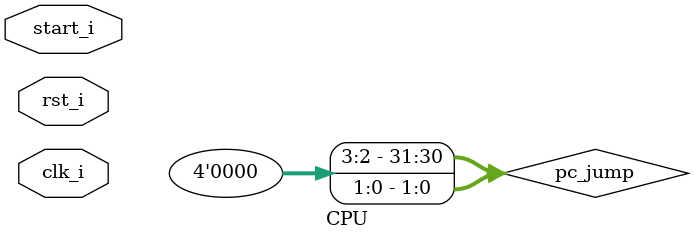
<source format=v>
`include "PC.v"                     //done
`include "Control.v"                //done
`include "Hazard_Detection_Unit.v"  //done
`include "Instruction_Memory.v"     //done
`include "Pipeline_IF_ID.v"         //done. simple ver
`include "Adder32.v"                //done
`include "Registers.v"              //done. TODO:posedge?
`include "Sign_Extend_16to32.v"     //done.
`include "Pipeline_ID_EX.v"         //done. simple ver
`include "ALU.v"                    //done.
`include "ALU_Control.v"            //done. 
`include "Forwarding_Unit.v"        //done.
`include "Pipeline_EX_MEM.v"        //done. simple ver
`include "Data_Memory.v"            //done. MemRead unused
`include "Pipeline_MEM_WB.v"        //done. simple ver

module CPU
(
    clk_i, 
    rst_i,
    start_i
);

input       clk_i;
input       rst_i;
input       start_i;

wire[31:0] PC_pc_o, instruction, Add_pc_o;

wire[7:0] Control_ID_EX_o;
wire Control_PC_i_mux_o;
wire Control_branch_o;
Control Control(
    .Op_i(instruction[31:26]),
    .ID_EX_o(Control_ID_EX_o),
    .PC_i_mux_o(Control_PC_i_mux_o),
    .branch_o(Control_branch_o)
);

wire Hazard_Detection_Unit_PC_o, Hazard_Detection_Unit_IF_ID_o, Hazard_Detection_Unit_Control_mux_o;
Hazard_Detection_Unit Hazard_Detection_Unit(
    .instruction_i(instruction),
    .ID_EX_RTaddr_i(ID_EX_RegDst_data1_o),
    .ID_EX_M_i(ID_EX_M_o),
    .PC_o(Hazard_Detection_Unit_PC_o),
    .IF_ID_o(Hazard_Detection_Unit_IF_ID_o),
    .Control_mux_o(Hazard_Detection_Unit_Control_mux_o)
);

wire select_add_pc;
assign select_add_pc = (Registers_eq && Control_branch_o);
wire [31:0] pc_add4_selected, pc_jump;
assign pc_add4_selected = (select_add_pc)? Add_pc_o:ADD_o;//TODO: swap position?
assign pc_jump = {pc_add4_selected[31:28], instruction[25:0]<<2};

PC PC(
    .clk_i(clk_i),
    .rst_i(rst_i),
    .start_i(start_i),
    .hazard_pc_i(Hazard_Detection_Unit_PC_o),
    .pc_i((Control_PC_i_mux_o)? pc_jump:pc_add4_selected),
    .pc_o(PC_pc_o)
);

Adder32 Add_pc(
    .data1_i(PC_pc_o),
    .data2_i(32'd4),
    .data_o(Add_pc_o)
);

wire[31:0] Instruction_Memory_instr_o;
Instruction_Memory Instruction_Memory(
    .addr_i(PC_pc_o), 
    .instr_o(Instruction_Memory_instr_o)
);

wire[31:0] IF_ID_pc_add4_o;
Pipeline_IF_ID Pipeline_IF_ID(
    .clk_i(clk_i),
    .hazard_IF_ID_i(Hazard_Detection_Unit_IF_ID_o),
    .pc_add4_i(Add_pc_o),
    .instruction_i(Instruction_Memory_instr_o),
    .flush_i(Control_PC_i_mux_o || select_add_pc),
    .pc_add4_o(IF_ID_pc_add4_o),
    .instruction_o(instruction)
);

wire[31:0] ADD_o;
Adder32 ADD(
    .data1_i(IF_ID_pc_add4_o),
    .data2_i(ext_o<<<2),//TODO: logical? arithmetic?
    .data_o(ADD_o)
);

wire[31:0] Registers_RSdata_o, Registers_RTdata_o;
Registers Registers
(
    .clk_i(clk_i),
    .RSaddr_i(instruction[25:21]),
    .RTaddr_i(instruction[20:16]),
    .RDaddr_i(MEM_WB_RegDst_o), 
    .RDdata_i(RDdata_selected),
    .RegWrite_i(MEM_WB_RegWrite_o), 
    .RSdata_o(Registers_RSdata_o), 
    .RTdata_o(Registers_RTdata_o)
);
wire Registers_eq;
assign Registers_eq = (Registers_RSdata_o == Registers_RTdata_o);

wire[31:0] ext_o;
Sign_Extend_16to32 Sign_Extend_16to32(
    .data_i(instruction[15:0]),
    .data_o(ext_o)    
);

wire[1:0]   ID_EX_WB_o, ID_EX_M_o;
wire        ID_EX_ALUSrc_o, ID_EX_RegDst_o;
wire[1:0]   ID_EX_ALU_op_o;
wire[31:0]  ID_EX_RSdata_o, ID_EX_RTdata_o,  ID_EX_immediate_o;
wire[4:0]   ID_EX_RSdata_forward_o, ID_EX_RTdata_forward_o, ID_EX_RegDst_data1_o, ID_EX_RegDst_data2_o;
Pipeline_ID_EX Pipeline_ID_EX(
    .clk_i(clk_i),
    .pipeline_info_i((Hazard_Detection_Unit_Control_mux_o)?8'b0:Control_ID_EX_o),
    .pc_add4_i(ADD_o),
    .RSdata_i(Registers_RSdata_o),
    .RTdata_i(Registers_RTdata_o),
    .immediate_i(ext_o),
    .RSaddr_i(instruction[25:21]),
    .RTaddr_i(instruction[20:16]),
    .RDaddr_i(instruction[15:11]),

    .WB_o(ID_EX_WB_o),
    .M_o(ID_EX_M_o),
    .ALUSrc_o(ID_EX_ALUSrc_o),
    .ALU_op_o(ID_EX_ALU_op_o),
    .RegDst_o(ID_EX_RegDst_o),
    .RSdata_o(ID_EX_RSdata_o),
    .RTdata_o(ID_EX_RTdata_o),
    .immediate_o(ID_EX_immediate_o),
    .RSdata_forward_o(ID_EX_RSdata_forward_o),
    .RTdata_forward_o(ID_EX_RTdata_forward_o),
    .RegDst_data1_o(ID_EX_RegDst_data1_o),          //TODO:naming
    .RegDst_data2_o(ID_EX_RegDst_data2_o)
);
wire [1:0] FW_select_ALU_data1_o, FW_select_ALU_data2_o;
Forwarding_Unit Fowarding_Unit(
   .ID_EX_RSaddr_i(ID_EX_RSdata_forward_o), 
   .ID_EX_RTaddr_i(ID_EX_RTdata_forward_o),
   .EX_MEM_RegDst_i(EX_MEM_RegDst_o),
   .EX_MEM_WB_i(EX_MEM_WB_o),
   .MEM_WB_RegDst_i(MEM_WB_RegDst_o),
   .MEM_WB_RegWrite_i(MEM_WB_RegWrite_o),

   .select_ALU_data1_o(FW_select_ALU_data1_o),
   .select_ALU_data2_o(FW_select_ALU_data2_o)
);
wire[31:0] ALU_data1_i, ALUSrc_data, ALU_data_o;
assign ALU_data1_i = (FW_select_ALU_data1_o[1])? EX_MEM_addr_o:
                     (FW_select_ALU_data1_o[0])? RDdata_selected: 
                                                 ID_EX_RSdata_o;
assign ALUSrc_data = (FW_select_ALU_data2_o[1])? EX_MEM_addr_o:
                     (FW_select_ALU_data2_o[0])? RDdata_selected: 
                                                 ID_EX_RTdata_o;
ALU ALU(
    .data1_i(ALU_data1_i),//TODO:WB, forward unit
    .data2_i((ID_EX_ALUSrc_o)? ID_EX_immediate_o: ALUSrc_data),
    .ALUCtrl_i(ALU_Control_ALU_Ctrl_o),
    .data_o(ALU_data_o)     
);
wire[2:0] ALU_Control_ALU_Ctrl_o;
ALU_Control ALU_Control(
  .immediate_i(ID_EX_immediate_o),
  .ALU_op_i(ID_EX_ALU_op_o),
  .ALU_Ctrl_o(ALU_Control_ALU_Ctrl_o)
);

wire[1:0]     EX_MEM_WB_o;
wire          EX_MEM_MemRead_o, EX_MEM_MemWrite_o;
wire[31:0]    EX_MEM_addr_o, EX_MEM_write_data_o;
wire[4:0]     EX_MEM_RegDst_o;
Pipeline_EX_MEM Pipeline_EX_MEM(
    .clk_i(clk_i),
    .WB_i(ID_EX_WB_o),
    .M_i(ID_EX_M_o),
    .ALU_data_i(ALU_data_o),
    .ALUSrc_data_i(ALUSrc_data),
    .RegDst_i((ID_EX_RegDst_o)?ID_EX_RegDst_data2_o:ID_EX_RegDst_data1_o),

    .WB_o(EX_MEM_WB_o),
    .MemRead_o(EX_MEM_MemRead_o),
    .MemWrite_o(EX_MEM_MemWrite_o),
    .addr_o(EX_MEM_addr_o),
    .write_data_o(EX_MEM_write_data_o),
    .RegDst_o(EX_MEM_RegDst_o)
);
wire[31:0] Data_Memory_data_o;
Data_Memory Data_Memory(
    .clk_i(clk_i),
    .MemWrite_i(EX_MEM_MemWrite_o),
    .MemRead_i(EX_MEM_MemRead_o),
    .addr_i(EX_MEM_addr_o),
    .write_data_i(EX_MEM_write_data_o),

    .data_o(Data_Memory_data_o)
);
wire        MEM_WB_RegWrite_o, MEM_WB_MemtoReg_o;
wire[4:0]   MEM_WB_RegDst_o;
wire[31:0]  MEM_WB_data_o, MEM_WB_addr_o;
Pipeline_MEM_WB Pipeline_MEM_WB(
    .clk_i(clk_i),
    .WB_i(EX_MEM_WB_o),
    .data_i(Data_Memory_data_o),
    .addr_i(EX_MEM_addr_o),
    .RegDst_i(EX_MEM_RegDst_o),

    .RegWrite_o(MEM_WB_RegWrite_o),
    .MemtoReg_o(MEM_WB_MemtoReg_o),
    .data_o(MEM_WB_data_o),
    .addr_o(MEM_WB_addr_o),
    .RegDst_o(MEM_WB_RegDst_o)
);
wire[31:0] RDdata_selected;
assign RDdata_selected = (MEM_WB_MemtoReg_o)? MEM_WB_addr_o:MEM_WB_data_o;

endmodule

</source>
